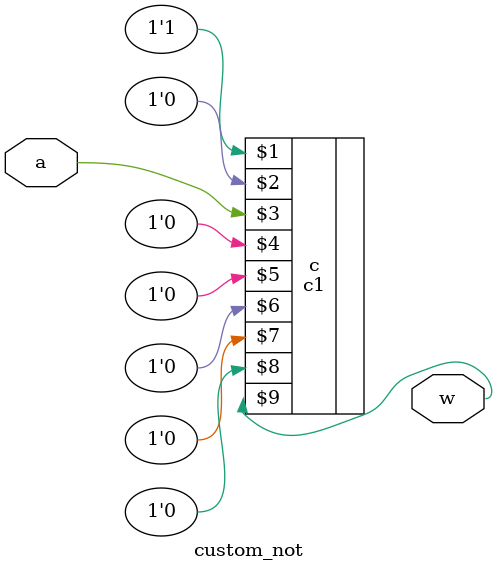
<source format=v>
module custom_not(input a,output w);
    c1 c( 1'b1 , 1'b0 , a , 1'b0 , 1'b0 ,1'b0 , 1'b0 , 1'b0, w) ;
endmodule
</source>
